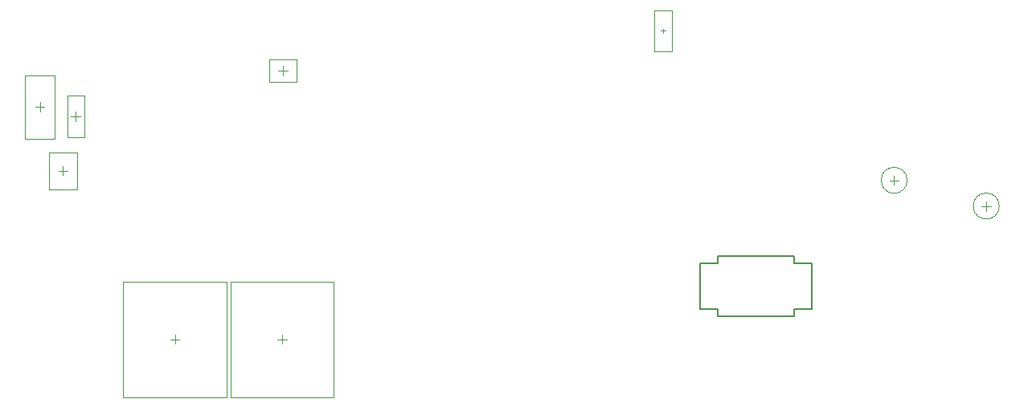
<source format=gbr>
%TF.GenerationSoftware,Altium Limited,Altium Designer,20.0.13 (296)*%
G04 Layer_Color=32768*
%FSLAX26Y26*%
%MOIN*%
%TF.FileFunction,Other,Mechanical_15*%
%TF.Part,Single*%
G01*
G75*
%TA.AperFunction,NonConductor*%
%ADD105C,0.006000*%
%ADD189C,0.003937*%
%ADD195C,0.001968*%
D105*
X2809110Y601039D02*
X2882362D01*
Y630158D01*
X3197638D01*
Y601039D02*
Y630158D01*
Y601039D02*
X3270890D01*
Y408961D02*
Y601039D01*
X3197638Y408961D02*
X3270890D01*
X3197638Y379842D02*
Y408961D01*
X2882362Y379842D02*
X3197638D01*
X2882362D02*
Y408961D01*
X2809110D02*
X2882362D01*
X2809110D02*
Y601039D01*
D189*
X3613000Y925315D02*
Y964685D01*
X3593315Y945000D02*
X3632685D01*
X3995000Y818315D02*
Y857685D01*
X3975315Y838000D02*
X4014685D01*
X166311Y965315D02*
Y1004685D01*
X146626Y985000D02*
X185996D01*
X219461Y1190315D02*
Y1229685D01*
X199776Y1210000D02*
X239146D01*
X1075000Y265315D02*
Y304685D01*
X1055315Y285000D02*
X1094685D01*
X2655000Y1555472D02*
Y1575157D01*
X2645157Y1565315D02*
X2664843D01*
X70000Y1230315D02*
Y1269685D01*
X50315Y1250000D02*
X89685D01*
X1079429Y1380315D02*
Y1419685D01*
X1059744Y1400000D02*
X1099114D01*
X630000Y265315D02*
Y304685D01*
X610315Y285000D02*
X649685D01*
D195*
X3666937Y945000D02*
G03*
X3666937Y945000I-53937J0D01*
G01*
X4048937Y838000D02*
G03*
X4048937Y838000I-53937J0D01*
G01*
X223398Y908228D02*
Y1061772D01*
X109224D02*
X223398D01*
X109224Y908228D02*
X223398D01*
X109224D02*
Y1061772D01*
X254894Y1123780D02*
Y1296220D01*
X184028D02*
X254894D01*
X184028Y1123780D02*
X254894D01*
X184028D02*
Y1296220D01*
X1289567Y44843D02*
Y525158D01*
X860433D02*
X1289567D01*
X860433Y44843D02*
X1289567D01*
X860433D02*
Y525158D01*
X2690433Y1478898D02*
Y1651732D01*
X2619567D02*
X2690433D01*
X2619567Y1478898D02*
X2690433D01*
X2619567D02*
Y1651732D01*
X132992Y1118110D02*
Y1381890D01*
X7008D02*
X132992D01*
X7008Y1118110D02*
X132992D01*
X7008D02*
Y1381890D01*
X1136516Y1352756D02*
Y1447244D01*
X1022342D02*
X1136516D01*
X1022342Y1352756D02*
X1136516D01*
X1022342D02*
Y1447244D01*
X844567Y44843D02*
Y525158D01*
X415433D02*
X844567D01*
X415433Y44843D02*
X844567D01*
X415433D02*
Y525158D01*
%TF.MD5,b5a09dc6ac2d69777dd03f2ea2674a45*%
M02*

</source>
